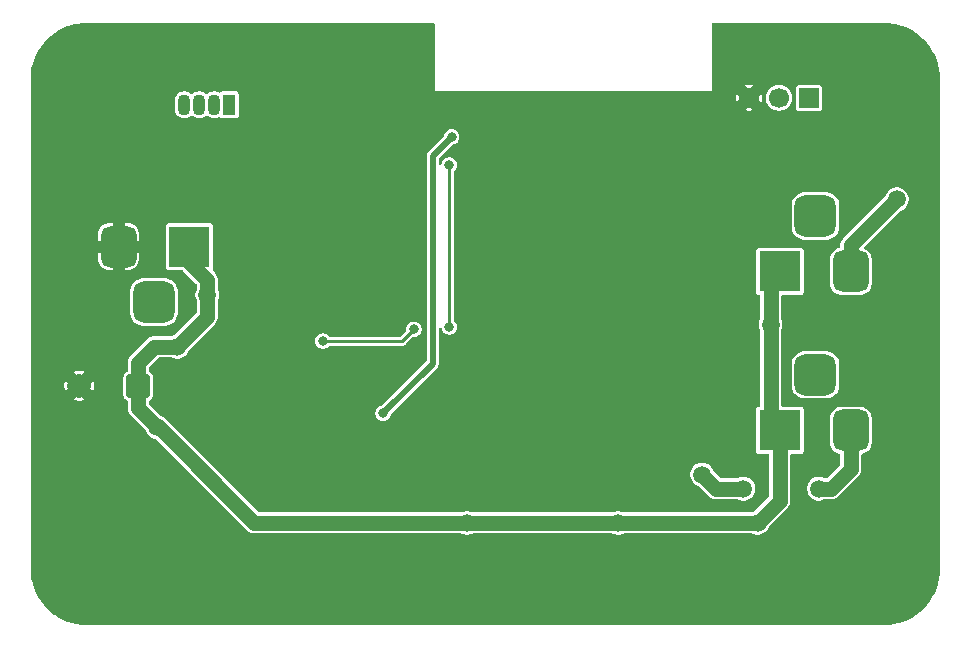
<source format=gbr>
%TF.GenerationSoftware,KiCad,Pcbnew,9.0.2*%
%TF.CreationDate,2025-11-11T23:34:29+02:00*%
%TF.ProjectId,Neon_2x1M_12V,4e656f6e-5f32-4783-914d-5f3132562e6b,REV1_1*%
%TF.SameCoordinates,Original*%
%TF.FileFunction,Copper,L2,Bot*%
%TF.FilePolarity,Positive*%
%FSLAX46Y46*%
G04 Gerber Fmt 4.6, Leading zero omitted, Abs format (unit mm)*
G04 Created by KiCad (PCBNEW 9.0.2) date 2025-11-11 23:34:29*
%MOMM*%
%LPD*%
G01*
G04 APERTURE LIST*
G04 Aperture macros list*
%AMRoundRect*
0 Rectangle with rounded corners*
0 $1 Rounding radius*
0 $2 $3 $4 $5 $6 $7 $8 $9 X,Y pos of 4 corners*
0 Add a 4 corners polygon primitive as box body*
4,1,4,$2,$3,$4,$5,$6,$7,$8,$9,$2,$3,0*
0 Add four circle primitives for the rounded corners*
1,1,$1+$1,$2,$3*
1,1,$1+$1,$4,$5*
1,1,$1+$1,$6,$7*
1,1,$1+$1,$8,$9*
0 Add four rect primitives between the rounded corners*
20,1,$1+$1,$2,$3,$4,$5,0*
20,1,$1+$1,$4,$5,$6,$7,0*
20,1,$1+$1,$6,$7,$8,$9,0*
20,1,$1+$1,$8,$9,$2,$3,0*%
G04 Aperture macros list end*
%TA.AperFunction,ComponentPad*%
%ADD10R,1.700000X1.700000*%
%TD*%
%TA.AperFunction,ComponentPad*%
%ADD11C,1.700000*%
%TD*%
%TA.AperFunction,ComponentPad*%
%ADD12C,0.800000*%
%TD*%
%TA.AperFunction,ComponentPad*%
%ADD13C,6.400000*%
%TD*%
%TA.AperFunction,ComponentPad*%
%ADD14R,1.070000X1.800000*%
%TD*%
%TA.AperFunction,ComponentPad*%
%ADD15O,1.070000X1.800000*%
%TD*%
%TA.AperFunction,ComponentPad*%
%ADD16R,3.500000X3.500000*%
%TD*%
%TA.AperFunction,ComponentPad*%
%ADD17RoundRect,0.750000X0.750000X1.000000X-0.750000X1.000000X-0.750000X-1.000000X0.750000X-1.000000X0*%
%TD*%
%TA.AperFunction,ComponentPad*%
%ADD18RoundRect,0.875000X0.875000X0.875000X-0.875000X0.875000X-0.875000X-0.875000X0.875000X-0.875000X0*%
%TD*%
%TA.AperFunction,ComponentPad*%
%ADD19RoundRect,0.750000X-0.750000X-1.000000X0.750000X-1.000000X0.750000X1.000000X-0.750000X1.000000X0*%
%TD*%
%TA.AperFunction,ComponentPad*%
%ADD20RoundRect,0.875000X-0.875000X-0.875000X0.875000X-0.875000X0.875000X0.875000X-0.875000X0.875000X0*%
%TD*%
%TA.AperFunction,ComponentPad*%
%ADD21RoundRect,0.250000X0.750000X0.750000X-0.750000X0.750000X-0.750000X-0.750000X0.750000X-0.750000X0*%
%TD*%
%TA.AperFunction,ComponentPad*%
%ADD22C,2.000000*%
%TD*%
%TA.AperFunction,HeatsinkPad*%
%ADD23C,0.600000*%
%TD*%
%TA.AperFunction,ViaPad*%
%ADD24C,1.500000*%
%TD*%
%TA.AperFunction,ViaPad*%
%ADD25C,0.800000*%
%TD*%
%TA.AperFunction,Conductor*%
%ADD26C,1.270000*%
%TD*%
%TA.AperFunction,Conductor*%
%ADD27C,0.508000*%
%TD*%
%TA.AperFunction,Conductor*%
%ADD28C,0.254000*%
%TD*%
G04 APERTURE END LIST*
D10*
%TO.P,J6,1,Pin_1*%
%TO.N,ESP_U0RX*%
X175140000Y-36600000D03*
D11*
%TO.P,J6,2,Pin_2*%
%TO.N,ESP_U0TX*%
X172600000Y-36600000D03*
%TO.P,J6,3,Pin_3*%
%TO.N,GND*%
X170060000Y-36600000D03*
%TD*%
D12*
%TO.P,H4,1,1*%
%TO.N,GND*%
X111600000Y-76500000D03*
X112302944Y-74802944D03*
X112302944Y-78197056D03*
X114000000Y-74100000D03*
D13*
X114000000Y-76500000D03*
D12*
X114000000Y-78900000D03*
X115697056Y-74802944D03*
X115697056Y-78197056D03*
X116400000Y-76500000D03*
%TD*%
D14*
%TO.P,D11,1,BK*%
%TO.N,Net-(D11-BK)*%
X126070000Y-37200000D03*
D15*
%TO.P,D11,2,GK*%
%TO.N,Net-(D11-GK)*%
X124800000Y-37200000D03*
%TO.P,D11,3,A*%
%TO.N,+12V*%
X123530000Y-37200000D03*
%TO.P,D11,4,RK*%
%TO.N,Net-(D11-RK)*%
X122260000Y-37200000D03*
%TD*%
D12*
%TO.P,H2,1,1*%
%TO.N,GND*%
X111600000Y-35000000D03*
X112302944Y-33302944D03*
X112302944Y-36697056D03*
X114000000Y-32600000D03*
D13*
X114000000Y-35000000D03*
D12*
X114000000Y-37400000D03*
X115697056Y-33302944D03*
X115697056Y-36697056D03*
X116400000Y-35000000D03*
%TD*%
D16*
%TO.P,J4,1*%
%TO.N,+12V*%
X172700000Y-64757500D03*
D17*
%TO.P,J4,2*%
%TO.N,B_Jack*%
X178700000Y-64757500D03*
D18*
%TO.P,J4,3,MountPin*%
%TO.N,unconnected-(J4-MountPin-Pad3)*%
X175700000Y-60057500D03*
%TD*%
D16*
%TO.P,J5,1*%
%TO.N,+12V*%
X172700000Y-51300000D03*
D17*
%TO.P,J5,2*%
%TO.N,P_Jack*%
X178700000Y-51300000D03*
D18*
%TO.P,J5,3,MountPin*%
%TO.N,unconnected-(J5-MountPin-Pad3)*%
X175700000Y-46600000D03*
%TD*%
D16*
%TO.P,J2,1*%
%TO.N,+12V*%
X122700000Y-49200000D03*
D19*
%TO.P,J2,2*%
%TO.N,GND*%
X116700000Y-49200000D03*
D20*
%TO.P,J2,3,MountPin*%
%TO.N,unconnected-(J2-MountPin-Pad3)*%
X119700000Y-53900000D03*
%TD*%
D12*
%TO.P,H3,1,1*%
%TO.N,GND*%
X179100000Y-76500000D03*
X179802944Y-74802944D03*
X179802944Y-78197056D03*
X181500000Y-74100000D03*
D13*
X181500000Y-76500000D03*
D12*
X181500000Y-78900000D03*
X183197056Y-74802944D03*
X183197056Y-78197056D03*
X183900000Y-76500000D03*
%TD*%
D21*
%TO.P,C2,1*%
%TO.N,+12V*%
X118367677Y-61000000D03*
D22*
%TO.P,C2,2*%
%TO.N,GND*%
X113367677Y-61000000D03*
%TD*%
D12*
%TO.P,H1,1,1*%
%TO.N,GND*%
X179100000Y-35000000D03*
X179802944Y-33302944D03*
X179802944Y-36697056D03*
X181500000Y-32600000D03*
D13*
X181500000Y-35000000D03*
D12*
X181500000Y-37400000D03*
X183197056Y-33302944D03*
X183197056Y-36697056D03*
X183900000Y-35000000D03*
%TD*%
D23*
%TO.P,U1,39,GND*%
%TO.N,GND*%
X153450000Y-44137500D03*
X153450000Y-45662500D03*
X154212500Y-43375000D03*
X154212500Y-44900000D03*
X154212500Y-46425000D03*
X154975000Y-44137500D03*
X154975000Y-45662500D03*
X155737500Y-43375000D03*
X155737500Y-44900000D03*
X155737500Y-46425000D03*
X156500000Y-44137500D03*
X156500000Y-45662500D03*
%TD*%
D24*
%TO.N,+12V*%
X146200000Y-72600000D03*
X124200000Y-53300000D03*
X171900000Y-55800000D03*
X159000000Y-72600000D03*
X121683838Y-57683838D03*
X170800000Y-72600000D03*
X119990000Y-64490000D03*
D25*
%TO.N,+3V3*%
X144900000Y-39900000D03*
X139100000Y-63300000D03*
%TO.N,ESP_IO27*%
X134000000Y-57200000D03*
X141700000Y-56200000D03*
%TO.N,ESP_EN*%
X144700000Y-56000000D03*
X144700000Y-42300000D03*
D24*
%TO.N,B_Jack*%
X169600000Y-69700000D03*
X166100000Y-68500000D03*
X176000000Y-69700000D03*
%TO.N,P_Jack*%
X182600000Y-45200000D03*
%TD*%
D26*
%TO.N,+12V*%
X121683838Y-57683838D02*
X121667676Y-57700000D01*
X118367677Y-59032323D02*
X119716162Y-57683838D01*
X124200000Y-52000000D02*
X122700000Y-50500000D01*
X122700000Y-50500000D02*
X122700000Y-49200000D01*
X171900000Y-52100000D02*
X172700000Y-51300000D01*
X121683838Y-57683838D02*
X124200000Y-55167677D01*
X118367677Y-62867677D02*
X118367677Y-61000000D01*
X170800000Y-72600000D02*
X172700000Y-70700000D01*
X171900000Y-55800000D02*
X171900000Y-63957500D01*
X119990000Y-64490000D02*
X120090000Y-64490000D01*
X119990000Y-64490000D02*
X118367677Y-62867677D01*
X119716162Y-57683838D02*
X121683838Y-57683838D01*
X124200000Y-55167677D02*
X124200000Y-53300000D01*
X172700000Y-70700000D02*
X172700000Y-64757500D01*
X124200000Y-53300000D02*
X124200000Y-52000000D01*
X172700000Y-64757500D02*
X171900000Y-63957500D01*
X128200000Y-72600000D02*
X170800000Y-72600000D01*
X120090000Y-64490000D02*
X128200000Y-72600000D01*
X171900000Y-55800000D02*
X171900000Y-52100000D01*
X118367677Y-61000000D02*
X118367677Y-59032323D01*
D27*
%TO.N,+3V3*%
X143300000Y-41500000D02*
X144900000Y-39900000D01*
X143300000Y-59100000D02*
X143300000Y-41500000D01*
X139100000Y-63300000D02*
X143300000Y-59100000D01*
D28*
%TO.N,ESP_IO27*%
X141700000Y-56200000D02*
X140700000Y-57200000D01*
X140700000Y-57200000D02*
X134000000Y-57200000D01*
%TO.N,ESP_EN*%
X144700000Y-56000000D02*
X144700000Y-42300000D01*
D26*
%TO.N,B_Jack*%
X177000000Y-69700000D02*
X176000000Y-69700000D01*
X169600000Y-69700000D02*
X167300000Y-69700000D01*
X167300000Y-69700000D02*
X166100000Y-68500000D01*
X178700000Y-68000000D02*
X177000000Y-69700000D01*
X178700000Y-64757500D02*
X178700000Y-68000000D01*
%TO.N,P_Jack*%
X178700000Y-49100000D02*
X182600000Y-45200000D01*
X178700000Y-51300000D02*
X178700000Y-49100000D01*
%TD*%
%TA.AperFunction,Conductor*%
%TO.N,GND*%
G36*
X143397121Y-30274502D02*
G01*
X143443614Y-30328158D01*
X143455000Y-30380500D01*
X143455000Y-36010000D01*
X166955000Y-36010000D01*
X166955000Y-35547676D01*
X169726097Y-35547676D01*
X169726097Y-35547678D01*
X170059999Y-35881580D01*
X170060000Y-35881580D01*
X170393901Y-35547677D01*
X170393901Y-35547676D01*
X170318524Y-35523185D01*
X170318528Y-35523185D01*
X170146884Y-35496000D01*
X169973116Y-35496000D01*
X169801473Y-35523185D01*
X169726097Y-35547676D01*
X166955000Y-35547676D01*
X166955000Y-30380500D01*
X166975002Y-30312379D01*
X167028658Y-30265886D01*
X167081000Y-30254500D01*
X181455125Y-30254500D01*
X181497252Y-30254500D01*
X181502748Y-30254620D01*
X181908102Y-30272318D01*
X181919051Y-30273275D01*
X182318600Y-30325877D01*
X182329416Y-30327785D01*
X182526136Y-30371397D01*
X182722853Y-30415008D01*
X182733471Y-30417853D01*
X183117805Y-30539033D01*
X183128134Y-30542792D01*
X183500458Y-30697013D01*
X183510420Y-30701659D01*
X183867875Y-30887738D01*
X183877378Y-30893224D01*
X184217274Y-31109762D01*
X184226266Y-31116059D01*
X184545983Y-31361387D01*
X184554403Y-31368452D01*
X184851518Y-31640708D01*
X184859291Y-31648481D01*
X185131547Y-31945596D01*
X185138612Y-31954016D01*
X185383940Y-32273733D01*
X185390245Y-32282737D01*
X185606770Y-32622613D01*
X185612266Y-32632133D01*
X185798340Y-32989579D01*
X185802986Y-32999541D01*
X185957207Y-33371865D01*
X185960966Y-33382194D01*
X186082146Y-33766528D01*
X186084991Y-33777146D01*
X186172213Y-34170579D01*
X186174122Y-34181404D01*
X186226723Y-34580947D01*
X186227681Y-34591897D01*
X186245380Y-34997251D01*
X186245500Y-35002747D01*
X186245500Y-76497252D01*
X186245380Y-76502748D01*
X186227681Y-76908102D01*
X186226723Y-76919052D01*
X186174122Y-77318595D01*
X186172213Y-77329420D01*
X186084991Y-77722853D01*
X186082146Y-77733471D01*
X185960966Y-78117805D01*
X185957207Y-78128134D01*
X185802986Y-78500458D01*
X185798340Y-78510420D01*
X185612266Y-78867866D01*
X185606770Y-78877386D01*
X185390245Y-79217262D01*
X185383940Y-79226266D01*
X185138612Y-79545983D01*
X185131547Y-79554403D01*
X184859291Y-79851518D01*
X184851518Y-79859291D01*
X184554403Y-80131547D01*
X184545983Y-80138612D01*
X184226266Y-80383940D01*
X184217262Y-80390245D01*
X183877386Y-80606770D01*
X183867866Y-80612266D01*
X183510420Y-80798340D01*
X183500458Y-80802986D01*
X183128134Y-80957207D01*
X183117805Y-80960966D01*
X182733471Y-81082146D01*
X182722853Y-81084991D01*
X182329420Y-81172213D01*
X182318595Y-81174122D01*
X181919052Y-81226723D01*
X181908102Y-81227681D01*
X181502748Y-81245380D01*
X181497252Y-81245500D01*
X114002748Y-81245500D01*
X113997252Y-81245380D01*
X113591897Y-81227681D01*
X113580947Y-81226723D01*
X113181404Y-81174122D01*
X113170579Y-81172213D01*
X112777146Y-81084991D01*
X112766528Y-81082146D01*
X112382194Y-80960966D01*
X112371865Y-80957207D01*
X111999541Y-80802986D01*
X111989579Y-80798340D01*
X111632133Y-80612266D01*
X111622613Y-80606770D01*
X111475507Y-80513053D01*
X111282730Y-80390240D01*
X111273733Y-80383940D01*
X110954016Y-80138612D01*
X110945596Y-80131547D01*
X110648481Y-79859291D01*
X110640708Y-79851518D01*
X110368452Y-79554403D01*
X110361387Y-79545983D01*
X110116059Y-79226266D01*
X110109762Y-79217274D01*
X109893224Y-78877378D01*
X109887738Y-78867875D01*
X109701659Y-78510420D01*
X109697013Y-78500458D01*
X109542792Y-78128134D01*
X109539033Y-78117805D01*
X109417853Y-77733471D01*
X109415008Y-77722853D01*
X109327786Y-77329420D01*
X109325877Y-77318595D01*
X109273276Y-76919052D01*
X109272318Y-76908102D01*
X109254620Y-76502748D01*
X109254500Y-76497252D01*
X109254500Y-62171362D01*
X112914733Y-62171362D01*
X113074028Y-62223122D01*
X113268987Y-62254000D01*
X113466367Y-62254000D01*
X113661325Y-62223122D01*
X113820619Y-62171362D01*
X113820619Y-62171361D01*
X113367678Y-61718420D01*
X113367677Y-61718420D01*
X112914733Y-62171362D01*
X109254500Y-62171362D01*
X109254500Y-60901310D01*
X112113677Y-60901310D01*
X112113677Y-61098689D01*
X112144555Y-61293650D01*
X112196312Y-61452942D01*
X112196313Y-61452942D01*
X112649257Y-60999999D01*
X112583432Y-60934174D01*
X112867677Y-60934174D01*
X112867677Y-61065826D01*
X112901752Y-61192993D01*
X112967578Y-61307007D01*
X113060670Y-61400099D01*
X113174684Y-61465925D01*
X113301851Y-61500000D01*
X113433503Y-61500000D01*
X113560670Y-61465925D01*
X113674684Y-61400099D01*
X113767776Y-61307007D01*
X113833602Y-61192993D01*
X113867677Y-61065826D01*
X113867677Y-60999999D01*
X114086097Y-60999999D01*
X114086097Y-61000001D01*
X114539038Y-61452942D01*
X114539039Y-61452942D01*
X114590799Y-61293648D01*
X114621677Y-61098689D01*
X114621677Y-60901310D01*
X114590799Y-60706351D01*
X114539039Y-60547056D01*
X114086097Y-60999999D01*
X113867677Y-60999999D01*
X113867677Y-60934174D01*
X113833602Y-60807007D01*
X113767776Y-60692993D01*
X113674684Y-60599901D01*
X113560670Y-60534075D01*
X113433503Y-60500000D01*
X113301851Y-60500000D01*
X113174684Y-60534075D01*
X113060670Y-60599901D01*
X112967578Y-60692993D01*
X112901752Y-60807007D01*
X112867677Y-60934174D01*
X112583432Y-60934174D01*
X112196314Y-60547056D01*
X112196312Y-60547056D01*
X112144555Y-60706349D01*
X112113677Y-60901310D01*
X109254500Y-60901310D01*
X109254500Y-59828635D01*
X112914733Y-59828635D01*
X112914733Y-59828637D01*
X113367676Y-60281580D01*
X113367678Y-60281580D01*
X113447521Y-60201737D01*
X117113177Y-60201737D01*
X117113177Y-61798246D01*
X117113179Y-61798270D01*
X117119636Y-61858339D01*
X117119636Y-61858341D01*
X117170334Y-61994266D01*
X117170335Y-61994267D01*
X117257273Y-62110404D01*
X117373410Y-62197342D01*
X117396210Y-62205846D01*
X117453045Y-62248392D01*
X117477856Y-62314912D01*
X117478177Y-62323901D01*
X117478177Y-62955287D01*
X117508769Y-63109083D01*
X117512360Y-63127135D01*
X117579412Y-63289013D01*
X117676757Y-63434700D01*
X117676759Y-63434702D01*
X119005703Y-64763646D01*
X119033017Y-64804523D01*
X119099824Y-64965809D01*
X119209754Y-65130331D01*
X119349669Y-65270246D01*
X119514191Y-65380176D01*
X119696998Y-65455897D01*
X119785537Y-65473508D01*
X119848445Y-65506416D01*
X119850049Y-65507992D01*
X127632977Y-73290920D01*
X127778664Y-73388265D01*
X127940542Y-73455317D01*
X128112392Y-73489500D01*
X128287608Y-73489500D01*
X145697495Y-73489500D01*
X145745713Y-73499091D01*
X145822524Y-73530907D01*
X145906998Y-73565897D01*
X146101065Y-73604500D01*
X146298935Y-73604500D01*
X146493002Y-73565897D01*
X146607226Y-73518583D01*
X146654287Y-73499091D01*
X146702505Y-73489500D01*
X158497495Y-73489500D01*
X158545713Y-73499091D01*
X158622524Y-73530907D01*
X158706998Y-73565897D01*
X158901065Y-73604500D01*
X159098935Y-73604500D01*
X159293002Y-73565897D01*
X159407226Y-73518583D01*
X159454287Y-73499091D01*
X159502505Y-73489500D01*
X170297495Y-73489500D01*
X170345713Y-73499091D01*
X170422524Y-73530907D01*
X170506998Y-73565897D01*
X170701065Y-73604500D01*
X170898935Y-73604500D01*
X171093002Y-73565897D01*
X171275809Y-73490176D01*
X171440331Y-73380246D01*
X171580246Y-73240331D01*
X171690176Y-73075809D01*
X171756984Y-72914518D01*
X171784292Y-72873649D01*
X173390920Y-71267023D01*
X173488265Y-71121336D01*
X173555317Y-70959458D01*
X173589500Y-70787608D01*
X173589500Y-70612391D01*
X173589500Y-69601061D01*
X174995500Y-69601061D01*
X174995500Y-69798938D01*
X175034103Y-69993002D01*
X175109824Y-70175809D01*
X175219754Y-70340331D01*
X175359669Y-70480246D01*
X175524191Y-70590176D01*
X175706998Y-70665897D01*
X175901065Y-70704500D01*
X176098935Y-70704500D01*
X176293002Y-70665897D01*
X176422177Y-70612391D01*
X176454287Y-70599091D01*
X176502505Y-70589500D01*
X177087607Y-70589500D01*
X177087608Y-70589500D01*
X177259458Y-70555317D01*
X177421336Y-70488265D01*
X177567023Y-70390920D01*
X179390920Y-68567023D01*
X179488265Y-68421336D01*
X179555317Y-68259458D01*
X179589500Y-68087608D01*
X179589500Y-67912392D01*
X179589500Y-66857399D01*
X179609502Y-66789278D01*
X179663158Y-66742785D01*
X179680830Y-66736262D01*
X179824540Y-66695142D01*
X180005620Y-66600554D01*
X180163952Y-66471452D01*
X180293054Y-66313120D01*
X180387642Y-66132040D01*
X180443843Y-65935628D01*
X180454500Y-65815762D01*
X180454500Y-63699238D01*
X180443843Y-63579372D01*
X180387642Y-63382960D01*
X180387641Y-63382959D01*
X180387641Y-63382957D01*
X180387640Y-63382955D01*
X180293055Y-63201881D01*
X180163952Y-63043547D01*
X180005618Y-62914444D01*
X180005619Y-62914444D01*
X179824544Y-62819859D01*
X179824542Y-62819858D01*
X179725839Y-62791616D01*
X179628128Y-62763657D01*
X179508262Y-62753000D01*
X177891738Y-62753000D01*
X177771872Y-62763657D01*
X177575457Y-62819858D01*
X177575455Y-62819859D01*
X177394381Y-62914444D01*
X177236047Y-63043547D01*
X177106944Y-63201881D01*
X177012359Y-63382955D01*
X177012358Y-63382957D01*
X176956157Y-63579372D01*
X176956157Y-63579375D01*
X176945500Y-63699238D01*
X176945500Y-65815761D01*
X176956157Y-65935624D01*
X176956157Y-65935627D01*
X177012358Y-66132042D01*
X177012359Y-66132044D01*
X177106944Y-66313118D01*
X177236047Y-66471452D01*
X177394381Y-66600555D01*
X177394380Y-66600555D01*
X177575455Y-66695140D01*
X177575457Y-66695141D01*
X177575459Y-66695141D01*
X177575460Y-66695142D01*
X177719163Y-66736261D01*
X177779152Y-66774230D01*
X177809091Y-66838606D01*
X177810500Y-66857399D01*
X177810500Y-67579367D01*
X177790498Y-67647488D01*
X177773595Y-67668462D01*
X176668462Y-68773595D01*
X176641093Y-68788539D01*
X176614865Y-68805396D01*
X176608566Y-68806301D01*
X176606150Y-68807621D01*
X176579367Y-68810500D01*
X176502505Y-68810500D01*
X176454287Y-68800909D01*
X176293005Y-68734104D01*
X176293002Y-68734103D01*
X176098938Y-68695500D01*
X176098935Y-68695500D01*
X175901065Y-68695500D01*
X175901061Y-68695500D01*
X175706997Y-68734103D01*
X175706994Y-68734104D01*
X175524190Y-68809824D01*
X175359673Y-68919751D01*
X175359666Y-68919756D01*
X175219756Y-69059666D01*
X175219751Y-69059673D01*
X175109824Y-69224190D01*
X175034104Y-69406994D01*
X175034103Y-69406997D01*
X174995500Y-69601061D01*
X173589500Y-69601061D01*
X173589500Y-66887999D01*
X173609502Y-66819878D01*
X173663158Y-66773385D01*
X173715500Y-66761999D01*
X174475064Y-66761999D01*
X174475066Y-66761999D01*
X174475069Y-66761998D01*
X174475072Y-66761998D01*
X174511663Y-66754719D01*
X174549301Y-66747234D01*
X174633484Y-66690984D01*
X174689734Y-66606801D01*
X174704500Y-66532567D01*
X174704499Y-62982434D01*
X174690976Y-62914446D01*
X174689734Y-62908199D01*
X174633483Y-62824015D01*
X174549302Y-62767766D01*
X174475069Y-62753000D01*
X174475067Y-62753000D01*
X172915500Y-62753000D01*
X172847379Y-62732998D01*
X172800886Y-62679342D01*
X172789500Y-62627000D01*
X172789500Y-59096241D01*
X173695500Y-59096241D01*
X173695500Y-61018758D01*
X173698385Y-61067201D01*
X173744237Y-61277980D01*
X173819160Y-61452942D01*
X173829152Y-61476274D01*
X173829155Y-61476278D01*
X173950052Y-61654906D01*
X173950061Y-61654917D01*
X174102582Y-61807438D01*
X174102593Y-61807447D01*
X174177802Y-61858349D01*
X174281226Y-61928348D01*
X174479518Y-62013262D01*
X174690297Y-62059114D01*
X174738746Y-62062000D01*
X174738763Y-62062000D01*
X176661237Y-62062000D01*
X176661254Y-62062000D01*
X176709703Y-62059114D01*
X176920482Y-62013262D01*
X177118774Y-61928348D01*
X177297413Y-61807442D01*
X177449942Y-61654913D01*
X177570848Y-61476274D01*
X177655762Y-61277982D01*
X177701614Y-61067203D01*
X177704500Y-61018754D01*
X177704500Y-59096246D01*
X177701614Y-59047797D01*
X177655762Y-58837018D01*
X177570848Y-58638726D01*
X177522958Y-58567969D01*
X177449947Y-58460093D01*
X177449938Y-58460082D01*
X177297417Y-58307561D01*
X177297406Y-58307552D01*
X177118778Y-58186655D01*
X177118774Y-58186652D01*
X177118771Y-58186650D01*
X177118770Y-58186650D01*
X176920480Y-58101737D01*
X176709701Y-58055885D01*
X176661258Y-58053000D01*
X176661254Y-58053000D01*
X174738746Y-58053000D01*
X174738741Y-58053000D01*
X174690298Y-58055885D01*
X174479519Y-58101737D01*
X174281229Y-58186650D01*
X174281221Y-58186655D01*
X174102593Y-58307552D01*
X174102582Y-58307561D01*
X173950061Y-58460082D01*
X173950052Y-58460093D01*
X173829155Y-58638721D01*
X173829150Y-58638729D01*
X173744237Y-58837019D01*
X173698385Y-59047798D01*
X173695500Y-59096241D01*
X172789500Y-59096241D01*
X172789500Y-56302503D01*
X172799090Y-56254287D01*
X172865897Y-56093002D01*
X172904500Y-55898935D01*
X172904500Y-55701065D01*
X172865897Y-55506998D01*
X172799091Y-55345713D01*
X172789500Y-55297495D01*
X172789500Y-53430499D01*
X172809502Y-53362378D01*
X172863158Y-53315885D01*
X172915500Y-53304499D01*
X174475064Y-53304499D01*
X174475066Y-53304499D01*
X174475069Y-53304498D01*
X174475072Y-53304498D01*
X174511663Y-53297219D01*
X174549301Y-53289734D01*
X174633484Y-53233484D01*
X174689734Y-53149301D01*
X174704500Y-53075067D01*
X174704499Y-50241738D01*
X176945500Y-50241738D01*
X176945500Y-52358262D01*
X176956157Y-52478128D01*
X176974890Y-52543598D01*
X177012358Y-52674542D01*
X177012359Y-52674544D01*
X177106944Y-52855618D01*
X177236047Y-53013952D01*
X177394381Y-53143055D01*
X177394380Y-53143055D01*
X177575455Y-53237640D01*
X177575457Y-53237641D01*
X177575459Y-53237641D01*
X177575460Y-53237642D01*
X177771872Y-53293843D01*
X177891738Y-53304500D01*
X177891745Y-53304500D01*
X179508255Y-53304500D01*
X179508262Y-53304500D01*
X179628128Y-53293843D01*
X179824540Y-53237642D01*
X180005620Y-53143054D01*
X180163952Y-53013952D01*
X180293054Y-52855620D01*
X180387642Y-52674540D01*
X180443843Y-52478128D01*
X180454500Y-52358262D01*
X180454500Y-50241738D01*
X180443843Y-50121872D01*
X180387642Y-49925460D01*
X180387641Y-49925459D01*
X180387641Y-49925457D01*
X180387640Y-49925455D01*
X180293055Y-49744381D01*
X180163952Y-49586047D01*
X180005618Y-49456944D01*
X180005619Y-49456944D01*
X179891921Y-49397554D01*
X179840802Y-49348286D01*
X179824435Y-49279202D01*
X179848016Y-49212235D01*
X179861157Y-49196784D01*
X182873647Y-46184294D01*
X182914518Y-46156984D01*
X183075809Y-46090176D01*
X183240331Y-45980246D01*
X183380246Y-45840331D01*
X183490176Y-45675809D01*
X183565897Y-45493002D01*
X183604500Y-45298935D01*
X183604500Y-45101065D01*
X183565897Y-44906998D01*
X183490176Y-44724191D01*
X183380246Y-44559669D01*
X183240331Y-44419754D01*
X183075809Y-44309824D01*
X182893005Y-44234104D01*
X182893002Y-44234103D01*
X182698938Y-44195500D01*
X182698935Y-44195500D01*
X182501065Y-44195500D01*
X182501061Y-44195500D01*
X182306997Y-44234103D01*
X182306994Y-44234104D01*
X182124190Y-44309824D01*
X181959673Y-44419751D01*
X181959666Y-44419756D01*
X181819756Y-44559666D01*
X181819751Y-44559673D01*
X181709825Y-44724189D01*
X181643017Y-44885476D01*
X181615703Y-44926352D01*
X178132977Y-48409080D01*
X178009082Y-48532974D01*
X178009077Y-48532981D01*
X177911735Y-48678664D01*
X177844685Y-48840536D01*
X177844683Y-48840541D01*
X177810500Y-49012389D01*
X177810500Y-49200100D01*
X177790498Y-49268221D01*
X177736842Y-49314714D01*
X177719163Y-49321238D01*
X177575464Y-49362356D01*
X177575455Y-49362359D01*
X177394381Y-49456944D01*
X177236047Y-49586047D01*
X177106944Y-49744381D01*
X177012359Y-49925455D01*
X177012358Y-49925457D01*
X176956157Y-50121872D01*
X176945500Y-50241738D01*
X174704499Y-50241738D01*
X174704499Y-49524934D01*
X174690976Y-49456946D01*
X174689734Y-49450699D01*
X174633483Y-49366515D01*
X174549302Y-49310266D01*
X174475067Y-49295500D01*
X170924936Y-49295500D01*
X170924927Y-49295501D01*
X170850699Y-49310265D01*
X170766515Y-49366516D01*
X170710266Y-49450697D01*
X170695500Y-49524930D01*
X170695500Y-53075063D01*
X170695501Y-53075072D01*
X170710265Y-53149300D01*
X170766516Y-53233484D01*
X170850697Y-53289733D01*
X170850699Y-53289734D01*
X170897694Y-53299082D01*
X170909081Y-53301347D01*
X170971991Y-53334254D01*
X171007123Y-53395949D01*
X171010500Y-53424926D01*
X171010500Y-55297495D01*
X171000909Y-55345713D01*
X170934104Y-55506994D01*
X170934103Y-55506997D01*
X170895500Y-55701061D01*
X170895500Y-55898938D01*
X170934103Y-56093002D01*
X170934104Y-56093005D01*
X170951722Y-56135538D01*
X171000909Y-56254287D01*
X171010500Y-56302503D01*
X171010500Y-62632574D01*
X170990498Y-62700695D01*
X170936842Y-62747188D01*
X170909082Y-62756153D01*
X170850698Y-62767766D01*
X170766515Y-62824016D01*
X170710266Y-62908197D01*
X170695500Y-62982430D01*
X170695500Y-66532563D01*
X170695501Y-66532572D01*
X170710265Y-66606800D01*
X170766516Y-66690984D01*
X170850697Y-66747233D01*
X170850699Y-66747234D01*
X170924933Y-66762000D01*
X171684500Y-66761999D01*
X171752621Y-66782001D01*
X171799114Y-66835657D01*
X171810500Y-66887999D01*
X171810500Y-70279366D01*
X171790498Y-70347487D01*
X171773595Y-70368461D01*
X170526352Y-71615703D01*
X170519310Y-71620408D01*
X170516319Y-71624717D01*
X170485476Y-71643017D01*
X170345714Y-71700909D01*
X170297495Y-71710500D01*
X159502505Y-71710500D01*
X159454287Y-71700909D01*
X159293005Y-71634104D01*
X159293002Y-71634103D01*
X159098938Y-71595500D01*
X159098935Y-71595500D01*
X158901065Y-71595500D01*
X158901061Y-71595500D01*
X158706997Y-71634103D01*
X158706994Y-71634104D01*
X158545713Y-71700909D01*
X158497495Y-71710500D01*
X146702505Y-71710500D01*
X146654287Y-71700909D01*
X146493005Y-71634104D01*
X146493002Y-71634103D01*
X146298938Y-71595500D01*
X146298935Y-71595500D01*
X146101065Y-71595500D01*
X146101061Y-71595500D01*
X145906997Y-71634103D01*
X145906994Y-71634104D01*
X145745713Y-71700909D01*
X145697495Y-71710500D01*
X128620633Y-71710500D01*
X128552512Y-71690498D01*
X128531538Y-71673595D01*
X125259004Y-68401061D01*
X165095500Y-68401061D01*
X165095500Y-68598938D01*
X165134103Y-68793002D01*
X165134104Y-68793005D01*
X165140158Y-68807621D01*
X165209824Y-68975809D01*
X165319754Y-69140331D01*
X165459669Y-69280246D01*
X165624191Y-69390176D01*
X165761521Y-69447060D01*
X165785475Y-69456982D01*
X165826352Y-69484295D01*
X166604674Y-70262616D01*
X166604679Y-70262622D01*
X166609079Y-70267022D01*
X166609080Y-70267023D01*
X166732977Y-70390920D01*
X166807242Y-70440542D01*
X166878664Y-70488265D01*
X167040542Y-70555317D01*
X167212391Y-70589500D01*
X167212392Y-70589500D01*
X169097495Y-70589500D01*
X169145713Y-70599091D01*
X169222524Y-70630907D01*
X169306998Y-70665897D01*
X169501065Y-70704500D01*
X169698935Y-70704500D01*
X169893002Y-70665897D01*
X170075809Y-70590176D01*
X170240331Y-70480246D01*
X170380246Y-70340331D01*
X170490176Y-70175809D01*
X170565897Y-69993002D01*
X170604500Y-69798935D01*
X170604500Y-69601065D01*
X170565897Y-69406998D01*
X170490176Y-69224191D01*
X170380246Y-69059669D01*
X170240331Y-68919754D01*
X170075809Y-68809824D01*
X170029152Y-68790498D01*
X169893005Y-68734104D01*
X169893002Y-68734103D01*
X169698938Y-68695500D01*
X169698935Y-68695500D01*
X169501065Y-68695500D01*
X169501061Y-68695500D01*
X169306997Y-68734103D01*
X169306994Y-68734104D01*
X169145713Y-68800909D01*
X169097495Y-68810500D01*
X167720633Y-68810500D01*
X167652512Y-68790498D01*
X167631537Y-68773595D01*
X167084295Y-68226352D01*
X167056982Y-68185475D01*
X167016443Y-68087606D01*
X166990176Y-68024191D01*
X166880246Y-67859669D01*
X166740331Y-67719754D01*
X166575809Y-67609824D01*
X166502279Y-67579367D01*
X166393005Y-67534104D01*
X166393002Y-67534103D01*
X166198938Y-67495500D01*
X166198935Y-67495500D01*
X166001065Y-67495500D01*
X166001061Y-67495500D01*
X165806997Y-67534103D01*
X165806994Y-67534104D01*
X165624190Y-67609824D01*
X165459673Y-67719751D01*
X165459666Y-67719756D01*
X165319756Y-67859666D01*
X165319751Y-67859673D01*
X165209824Y-68024190D01*
X165134104Y-68206994D01*
X165134103Y-68206997D01*
X165095500Y-68401061D01*
X125259004Y-68401061D01*
X120902628Y-64044685D01*
X120883759Y-64019241D01*
X120883616Y-64019338D01*
X120881656Y-64016405D01*
X120880595Y-64014974D01*
X120880175Y-64014188D01*
X120814337Y-63915656D01*
X120770246Y-63849669D01*
X120630331Y-63709754D01*
X120465809Y-63599824D01*
X120368700Y-63559600D01*
X120304523Y-63533017D01*
X120263646Y-63505703D01*
X119993477Y-63235534D01*
X138445500Y-63235534D01*
X138445500Y-63364465D01*
X138449179Y-63382960D01*
X138470652Y-63490911D01*
X138519989Y-63610022D01*
X138567849Y-63681649D01*
X138591616Y-63717219D01*
X138591621Y-63717225D01*
X138682774Y-63808378D01*
X138682780Y-63808383D01*
X138789978Y-63880011D01*
X138909089Y-63929348D01*
X139035537Y-63954500D01*
X139035538Y-63954500D01*
X139164462Y-63954500D01*
X139164463Y-63954500D01*
X139290911Y-63929348D01*
X139410022Y-63880011D01*
X139517220Y-63808383D01*
X139608383Y-63717220D01*
X139680011Y-63610022D01*
X139729348Y-63490911D01*
X139747003Y-63402151D01*
X139779909Y-63339244D01*
X139781427Y-63337699D01*
X143706901Y-59412227D01*
X143773847Y-59296274D01*
X143808500Y-59166945D01*
X143808500Y-59033055D01*
X143808500Y-56152283D01*
X143828502Y-56084162D01*
X143882158Y-56037669D01*
X143952432Y-56027565D01*
X144017012Y-56057059D01*
X144055396Y-56116785D01*
X144058077Y-56127696D01*
X144070652Y-56190911D01*
X144119989Y-56310022D01*
X144147958Y-56351880D01*
X144191616Y-56417219D01*
X144191621Y-56417225D01*
X144282774Y-56508378D01*
X144282780Y-56508383D01*
X144389978Y-56580011D01*
X144509089Y-56629348D01*
X144635537Y-56654500D01*
X144635538Y-56654500D01*
X144764462Y-56654500D01*
X144764463Y-56654500D01*
X144890911Y-56629348D01*
X145010022Y-56580011D01*
X145117220Y-56508383D01*
X145208383Y-56417220D01*
X145280011Y-56310022D01*
X145329348Y-56190911D01*
X145354500Y-56064463D01*
X145354500Y-55935537D01*
X145329348Y-55809089D01*
X145280011Y-55689978D01*
X145208383Y-55582780D01*
X145208378Y-55582774D01*
X145118405Y-55492801D01*
X145084379Y-55430489D01*
X145081500Y-55403706D01*
X145081500Y-45638741D01*
X173695500Y-45638741D01*
X173695500Y-47561258D01*
X173698385Y-47609701D01*
X173744237Y-47820480D01*
X173746448Y-47825644D01*
X173829152Y-48018774D01*
X173829155Y-48018778D01*
X173950052Y-48197406D01*
X173950061Y-48197417D01*
X174102582Y-48349938D01*
X174102593Y-48349947D01*
X174210469Y-48422958D01*
X174281226Y-48470848D01*
X174479518Y-48555762D01*
X174690297Y-48601614D01*
X174738746Y-48604500D01*
X174738763Y-48604500D01*
X176661237Y-48604500D01*
X176661254Y-48604500D01*
X176709703Y-48601614D01*
X176920482Y-48555762D01*
X177118774Y-48470848D01*
X177297413Y-48349942D01*
X177449942Y-48197413D01*
X177570848Y-48018774D01*
X177655762Y-47820482D01*
X177701614Y-47609703D01*
X177704500Y-47561254D01*
X177704500Y-45638746D01*
X177701614Y-45590297D01*
X177655762Y-45379518D01*
X177570848Y-45181226D01*
X177516591Y-45101061D01*
X177449947Y-45002593D01*
X177449938Y-45002582D01*
X177297417Y-44850061D01*
X177297406Y-44850052D01*
X177118778Y-44729155D01*
X177118774Y-44729152D01*
X177118771Y-44729150D01*
X177118770Y-44729150D01*
X176920480Y-44644237D01*
X176709701Y-44598385D01*
X176661258Y-44595500D01*
X176661254Y-44595500D01*
X174738746Y-44595500D01*
X174738741Y-44595500D01*
X174690298Y-44598385D01*
X174479519Y-44644237D01*
X174281229Y-44729150D01*
X174281221Y-44729155D01*
X174102593Y-44850052D01*
X174102582Y-44850061D01*
X173950061Y-45002582D01*
X173950052Y-45002593D01*
X173829155Y-45181221D01*
X173829150Y-45181229D01*
X173744237Y-45379519D01*
X173698385Y-45590298D01*
X173695500Y-45638741D01*
X145081500Y-45638741D01*
X145081500Y-42896294D01*
X145101502Y-42828173D01*
X145118405Y-42807199D01*
X145208378Y-42717225D01*
X145208383Y-42717220D01*
X145280011Y-42610022D01*
X145329348Y-42490911D01*
X145354500Y-42364463D01*
X145354500Y-42235537D01*
X145329348Y-42109089D01*
X145280011Y-41989978D01*
X145208383Y-41882780D01*
X145208378Y-41882774D01*
X145117225Y-41791621D01*
X145117219Y-41791616D01*
X145074117Y-41762816D01*
X145010022Y-41719989D01*
X144890911Y-41670652D01*
X144764465Y-41645500D01*
X144764463Y-41645500D01*
X144635537Y-41645500D01*
X144635534Y-41645500D01*
X144509088Y-41670652D01*
X144509083Y-41670654D01*
X144389978Y-41719989D01*
X144282780Y-41791616D01*
X144282774Y-41791621D01*
X144191621Y-41882774D01*
X144191616Y-41882780D01*
X144119989Y-41989978D01*
X144070654Y-42109083D01*
X144070652Y-42109088D01*
X144058079Y-42172298D01*
X144025171Y-42235208D01*
X143963476Y-42270339D01*
X143892581Y-42266538D01*
X143834995Y-42225013D01*
X143809001Y-42158946D01*
X143808500Y-42147716D01*
X143808500Y-41762816D01*
X143828502Y-41694695D01*
X143845400Y-41673725D01*
X144937641Y-40581484D01*
X144999951Y-40547461D01*
X145002077Y-40547017D01*
X145090911Y-40529348D01*
X145210022Y-40480011D01*
X145317220Y-40408383D01*
X145408383Y-40317220D01*
X145480011Y-40210022D01*
X145529348Y-40090911D01*
X145554500Y-39964463D01*
X145554500Y-39835537D01*
X145529348Y-39709089D01*
X145480011Y-39589978D01*
X145408383Y-39482780D01*
X145408378Y-39482774D01*
X145317225Y-39391621D01*
X145317219Y-39391616D01*
X145281649Y-39367849D01*
X145210022Y-39319989D01*
X145090911Y-39270652D01*
X144964465Y-39245500D01*
X144964463Y-39245500D01*
X144835537Y-39245500D01*
X144835534Y-39245500D01*
X144709088Y-39270652D01*
X144709083Y-39270654D01*
X144589978Y-39319989D01*
X144482780Y-39391616D01*
X144482774Y-39391621D01*
X144391621Y-39482774D01*
X144391616Y-39482780D01*
X144319989Y-39589978D01*
X144270653Y-39709085D01*
X144270652Y-39709086D01*
X144252996Y-39797847D01*
X144220087Y-39860756D01*
X144218512Y-39862359D01*
X142893104Y-41187766D01*
X142893096Y-41187776D01*
X142826155Y-41303721D01*
X142826154Y-41303724D01*
X142826153Y-41303726D01*
X142791500Y-41433055D01*
X142791500Y-41433056D01*
X142791500Y-58837181D01*
X142771498Y-58905302D01*
X142754595Y-58926276D01*
X139062358Y-62618512D01*
X139000046Y-62652538D01*
X138997847Y-62652996D01*
X138945055Y-62663497D01*
X138909089Y-62670652D01*
X138909088Y-62670652D01*
X138909085Y-62670653D01*
X138789978Y-62719989D01*
X138682780Y-62791616D01*
X138682774Y-62791621D01*
X138591621Y-62882774D01*
X138591616Y-62882780D01*
X138519989Y-62989978D01*
X138470654Y-63109083D01*
X138470652Y-63109088D01*
X138445500Y-63235534D01*
X119993477Y-63235534D01*
X119294082Y-62536139D01*
X119279137Y-62508770D01*
X119262281Y-62482542D01*
X119261375Y-62476243D01*
X119260056Y-62473827D01*
X119257177Y-62447044D01*
X119257177Y-62323901D01*
X119277179Y-62255780D01*
X119330835Y-62209287D01*
X119339131Y-62205850D01*
X119361944Y-62197342D01*
X119478081Y-62110404D01*
X119565019Y-61994267D01*
X119615717Y-61858342D01*
X119622177Y-61798255D01*
X119622176Y-60201746D01*
X119615717Y-60141658D01*
X119565019Y-60005733D01*
X119478081Y-59889596D01*
X119361944Y-59802658D01*
X119361942Y-59802657D01*
X119361943Y-59802657D01*
X119339141Y-59794152D01*
X119321130Y-59780668D01*
X119300665Y-59771322D01*
X119293265Y-59759807D01*
X119282307Y-59751604D01*
X119274444Y-59730523D01*
X119262281Y-59711596D01*
X119259078Y-59689319D01*
X119257498Y-59685083D01*
X119257177Y-59676098D01*
X119257177Y-59452956D01*
X119277179Y-59384835D01*
X119294082Y-59363861D01*
X120047700Y-58610243D01*
X120110012Y-58576217D01*
X120136795Y-58573338D01*
X121181333Y-58573338D01*
X121229551Y-58582929D01*
X121295494Y-58610243D01*
X121390836Y-58649735D01*
X121584903Y-58688338D01*
X121782773Y-58688338D01*
X121976840Y-58649735D01*
X122159647Y-58574014D01*
X122324169Y-58464084D01*
X122464084Y-58324169D01*
X122574014Y-58159647D01*
X122640822Y-57998356D01*
X122668130Y-57957487D01*
X123490084Y-57135534D01*
X133345500Y-57135534D01*
X133345500Y-57135537D01*
X133345500Y-57264463D01*
X133370652Y-57390911D01*
X133419989Y-57510022D01*
X133467749Y-57581500D01*
X133491616Y-57617219D01*
X133491621Y-57617225D01*
X133582774Y-57708378D01*
X133582780Y-57708383D01*
X133689978Y-57780011D01*
X133809089Y-57829348D01*
X133935537Y-57854500D01*
X133935538Y-57854500D01*
X134064462Y-57854500D01*
X134064463Y-57854500D01*
X134190911Y-57829348D01*
X134310022Y-57780011D01*
X134417220Y-57708383D01*
X134417225Y-57708378D01*
X134507199Y-57618405D01*
X134569511Y-57584379D01*
X134596294Y-57581500D01*
X140750223Y-57581500D01*
X140750225Y-57581500D01*
X140847254Y-57555501D01*
X140847257Y-57555499D01*
X140847258Y-57555499D01*
X140890750Y-57530388D01*
X140934247Y-57505276D01*
X141005276Y-57434247D01*
X141022994Y-57416529D01*
X141022996Y-57416526D01*
X141548119Y-56891402D01*
X141610429Y-56857379D01*
X141637212Y-56854500D01*
X141764462Y-56854500D01*
X141764463Y-56854500D01*
X141890911Y-56829348D01*
X142010022Y-56780011D01*
X142117220Y-56708383D01*
X142208383Y-56617220D01*
X142280011Y-56510022D01*
X142329348Y-56390911D01*
X142354500Y-56264463D01*
X142354500Y-56135537D01*
X142329348Y-56009089D01*
X142280011Y-55889978D01*
X142208383Y-55782780D01*
X142208378Y-55782774D01*
X142117225Y-55691621D01*
X142117219Y-55691616D01*
X142054843Y-55649938D01*
X142010022Y-55619989D01*
X141890911Y-55570652D01*
X141764465Y-55545500D01*
X141764463Y-55545500D01*
X141635537Y-55545500D01*
X141635534Y-55545500D01*
X141509088Y-55570652D01*
X141509083Y-55570654D01*
X141389978Y-55619989D01*
X141282780Y-55691616D01*
X141282774Y-55691621D01*
X141191621Y-55782774D01*
X141191616Y-55782780D01*
X141119989Y-55889978D01*
X141070654Y-56009083D01*
X141070652Y-56009088D01*
X141045500Y-56135534D01*
X141045500Y-56262785D01*
X141025498Y-56330906D01*
X141008596Y-56351880D01*
X140578882Y-56781595D01*
X140516569Y-56815620D01*
X140489786Y-56818500D01*
X134596294Y-56818500D01*
X134528173Y-56798498D01*
X134507199Y-56781595D01*
X134417225Y-56691621D01*
X134417219Y-56691616D01*
X134361669Y-56654499D01*
X134310022Y-56619989D01*
X134190911Y-56570652D01*
X134064465Y-56545500D01*
X134064463Y-56545500D01*
X133935537Y-56545500D01*
X133935534Y-56545500D01*
X133809088Y-56570652D01*
X133809083Y-56570654D01*
X133689978Y-56619989D01*
X133582780Y-56691616D01*
X133582774Y-56691621D01*
X133491621Y-56782774D01*
X133491616Y-56782780D01*
X133419989Y-56889978D01*
X133370654Y-57009083D01*
X133370652Y-57009088D01*
X133345500Y-57135534D01*
X123490084Y-57135534D01*
X124890920Y-55734700D01*
X124988265Y-55589013D01*
X125055317Y-55427135D01*
X125089500Y-55255285D01*
X125089500Y-55080069D01*
X125089500Y-53802503D01*
X125099090Y-53754287D01*
X125165897Y-53593002D01*
X125204500Y-53398935D01*
X125204500Y-53201065D01*
X125165897Y-53006998D01*
X125117558Y-52890297D01*
X125099091Y-52845713D01*
X125089500Y-52797495D01*
X125089500Y-51912393D01*
X125089499Y-51912389D01*
X125086714Y-51898386D01*
X125055317Y-51740542D01*
X124988265Y-51578664D01*
X124890920Y-51432977D01*
X124767023Y-51309080D01*
X124689757Y-51231814D01*
X124655731Y-51169502D01*
X124660796Y-51098687D01*
X124674086Y-51072718D01*
X124689734Y-51049301D01*
X124704500Y-50975067D01*
X124704499Y-47424934D01*
X124689734Y-47350699D01*
X124633484Y-47266516D01*
X124627959Y-47262824D01*
X124549302Y-47210266D01*
X124475067Y-47195500D01*
X120924936Y-47195500D01*
X120924927Y-47195501D01*
X120850699Y-47210265D01*
X120766515Y-47266516D01*
X120710266Y-47350697D01*
X120695500Y-47424930D01*
X120695500Y-50975063D01*
X120695501Y-50975072D01*
X120710265Y-51049300D01*
X120766516Y-51133484D01*
X120850697Y-51189733D01*
X120850699Y-51189734D01*
X120924933Y-51204500D01*
X122094366Y-51204499D01*
X122162487Y-51224501D01*
X122183461Y-51241404D01*
X123273595Y-52331538D01*
X123307621Y-52393850D01*
X123310500Y-52420633D01*
X123310500Y-52797495D01*
X123300909Y-52845713D01*
X123234104Y-53006994D01*
X123234103Y-53006997D01*
X123195500Y-53201061D01*
X123195500Y-53398938D01*
X123234103Y-53593002D01*
X123300909Y-53754287D01*
X123310500Y-53802503D01*
X123310500Y-54747042D01*
X123290498Y-54815163D01*
X123273595Y-54836137D01*
X121410190Y-56699541D01*
X121403148Y-56704246D01*
X121400157Y-56708555D01*
X121369314Y-56726855D01*
X121247624Y-56777260D01*
X121237162Y-56781595D01*
X121229552Y-56784747D01*
X121181333Y-56794338D01*
X119628551Y-56794338D01*
X119456703Y-56828521D01*
X119456698Y-56828523D01*
X119294826Y-56895573D01*
X119149143Y-56992915D01*
X119149136Y-56992920D01*
X117676759Y-58465297D01*
X117676754Y-58465304D01*
X117579412Y-58610987D01*
X117512362Y-58772859D01*
X117512360Y-58772864D01*
X117478177Y-58944712D01*
X117478177Y-59676098D01*
X117458175Y-59744219D01*
X117404519Y-59790712D01*
X117396213Y-59794152D01*
X117373411Y-59802657D01*
X117257273Y-59889596D01*
X117170334Y-60005734D01*
X117119639Y-60141650D01*
X117119637Y-60141658D01*
X117113177Y-60201737D01*
X113447521Y-60201737D01*
X113539967Y-60109290D01*
X113539981Y-60109276D01*
X113820619Y-59828636D01*
X113820619Y-59828635D01*
X113661326Y-59776878D01*
X113661328Y-59776878D01*
X113466367Y-59746000D01*
X113268987Y-59746000D01*
X113074026Y-59776878D01*
X112914733Y-59828635D01*
X109254500Y-59828635D01*
X109254500Y-52938741D01*
X117695500Y-52938741D01*
X117695500Y-54861258D01*
X117698385Y-54909701D01*
X117744237Y-55120480D01*
X117820039Y-55297495D01*
X117829152Y-55318774D01*
X117847385Y-55345713D01*
X117950052Y-55497406D01*
X117950061Y-55497417D01*
X118102582Y-55649938D01*
X118102593Y-55649947D01*
X118178115Y-55701061D01*
X118281226Y-55770848D01*
X118479518Y-55855762D01*
X118690297Y-55901614D01*
X118738746Y-55904500D01*
X118738763Y-55904500D01*
X120661237Y-55904500D01*
X120661254Y-55904500D01*
X120709703Y-55901614D01*
X120920482Y-55855762D01*
X121118774Y-55770848D01*
X121297413Y-55649942D01*
X121449942Y-55497413D01*
X121453064Y-55492801D01*
X121497507Y-55427135D01*
X121570848Y-55318774D01*
X121655762Y-55120482D01*
X121701614Y-54909703D01*
X121704500Y-54861254D01*
X121704500Y-52938746D01*
X121701614Y-52890297D01*
X121655762Y-52679518D01*
X121570848Y-52481226D01*
X121522958Y-52410469D01*
X121449947Y-52302593D01*
X121449938Y-52302582D01*
X121297417Y-52150061D01*
X121297406Y-52150052D01*
X121118778Y-52029155D01*
X121118774Y-52029152D01*
X121118771Y-52029150D01*
X121118770Y-52029150D01*
X120920480Y-51944237D01*
X120709701Y-51898385D01*
X120661258Y-51895500D01*
X120661254Y-51895500D01*
X118738746Y-51895500D01*
X118738741Y-51895500D01*
X118690298Y-51898385D01*
X118479519Y-51944237D01*
X118281229Y-52029150D01*
X118281221Y-52029155D01*
X118102593Y-52150052D01*
X118102582Y-52150061D01*
X117950061Y-52302582D01*
X117950052Y-52302593D01*
X117829155Y-52481221D01*
X117829150Y-52481229D01*
X117744237Y-52679519D01*
X117698385Y-52890298D01*
X117695500Y-52938741D01*
X109254500Y-52938741D01*
X109254500Y-50258239D01*
X114946000Y-50258239D01*
X114956651Y-50378035D01*
X114956651Y-50378038D01*
X115012824Y-50574355D01*
X115107365Y-50755343D01*
X115236402Y-50913597D01*
X115394656Y-51042634D01*
X115575644Y-51137175D01*
X115771962Y-51193348D01*
X115891760Y-51203999D01*
X115891767Y-51204000D01*
X116192000Y-51204000D01*
X117208000Y-51204000D01*
X117508233Y-51204000D01*
X117508239Y-51203999D01*
X117628035Y-51193348D01*
X117628038Y-51193348D01*
X117824355Y-51137175D01*
X118005343Y-51042634D01*
X118163597Y-50913597D01*
X118292634Y-50755343D01*
X118387175Y-50574355D01*
X118443348Y-50378038D01*
X118443348Y-50378035D01*
X118453999Y-50258239D01*
X118454000Y-50258233D01*
X118454000Y-49708000D01*
X117208000Y-49708000D01*
X117208000Y-51204000D01*
X116192000Y-51204000D01*
X116192000Y-49708000D01*
X114946000Y-49708000D01*
X114946000Y-50258239D01*
X109254500Y-50258239D01*
X109254500Y-48141760D01*
X114946000Y-48141760D01*
X114946000Y-48692000D01*
X116192000Y-48692000D01*
X116192000Y-48134174D01*
X116200000Y-48134174D01*
X116200000Y-50265826D01*
X116234075Y-50392993D01*
X116299901Y-50507007D01*
X116392993Y-50600099D01*
X116507007Y-50665925D01*
X116634174Y-50700000D01*
X116765826Y-50700000D01*
X116892993Y-50665925D01*
X117007007Y-50600099D01*
X117100099Y-50507007D01*
X117165925Y-50392993D01*
X117200000Y-50265826D01*
X117200000Y-48692000D01*
X117208000Y-48692000D01*
X118454000Y-48692000D01*
X118454000Y-48141767D01*
X118453999Y-48141760D01*
X118443348Y-48021964D01*
X118443348Y-48021961D01*
X118387175Y-47825644D01*
X118292634Y-47644656D01*
X118163597Y-47486402D01*
X118005343Y-47357365D01*
X117824355Y-47262824D01*
X117628037Y-47206651D01*
X117508239Y-47196000D01*
X117208000Y-47196000D01*
X117208000Y-48692000D01*
X117200000Y-48692000D01*
X117200000Y-48134174D01*
X117165925Y-48007007D01*
X117100099Y-47892993D01*
X117007007Y-47799901D01*
X116892993Y-47734075D01*
X116765826Y-47700000D01*
X116634174Y-47700000D01*
X116507007Y-47734075D01*
X116392993Y-47799901D01*
X116299901Y-47892993D01*
X116234075Y-48007007D01*
X116200000Y-48134174D01*
X116192000Y-48134174D01*
X116192000Y-47196000D01*
X115891760Y-47196000D01*
X115771964Y-47206651D01*
X115771961Y-47206651D01*
X115575644Y-47262824D01*
X115394656Y-47357365D01*
X115236402Y-47486402D01*
X115107365Y-47644656D01*
X115012824Y-47825644D01*
X114956651Y-48021961D01*
X114956651Y-48021964D01*
X114946000Y-48141760D01*
X109254500Y-48141760D01*
X109254500Y-36757238D01*
X121470500Y-36757238D01*
X121470500Y-37642761D01*
X121482781Y-37704499D01*
X121500840Y-37795289D01*
X121560354Y-37938968D01*
X121646755Y-38068277D01*
X121756723Y-38178245D01*
X121886032Y-38264646D01*
X122029711Y-38324160D01*
X122182241Y-38354500D01*
X122182242Y-38354500D01*
X122337758Y-38354500D01*
X122337759Y-38354500D01*
X122490289Y-38324160D01*
X122633968Y-38264646D01*
X122763277Y-38178245D01*
X122805905Y-38135617D01*
X122868217Y-38101591D01*
X122939032Y-38106656D01*
X122984095Y-38135617D01*
X123026723Y-38178245D01*
X123156032Y-38264646D01*
X123299711Y-38324160D01*
X123452241Y-38354500D01*
X123452242Y-38354500D01*
X123607758Y-38354500D01*
X123607759Y-38354500D01*
X123760289Y-38324160D01*
X123903968Y-38264646D01*
X124033277Y-38178245D01*
X124075905Y-38135617D01*
X124138217Y-38101591D01*
X124209032Y-38106656D01*
X124254095Y-38135617D01*
X124296723Y-38178245D01*
X124426032Y-38264646D01*
X124569711Y-38324160D01*
X124722241Y-38354500D01*
X124722242Y-38354500D01*
X124877758Y-38354500D01*
X124877759Y-38354500D01*
X125030289Y-38324160D01*
X125173968Y-38264646D01*
X125183242Y-38258448D01*
X125250990Y-38237230D01*
X125319458Y-38256008D01*
X125340831Y-38276619D01*
X125342741Y-38274710D01*
X125351514Y-38283483D01*
X125435697Y-38339733D01*
X125435699Y-38339734D01*
X125509933Y-38354500D01*
X126630066Y-38354499D01*
X126630069Y-38354498D01*
X126630073Y-38354498D01*
X126679326Y-38344701D01*
X126704301Y-38339734D01*
X126788484Y-38283484D01*
X126844734Y-38199301D01*
X126859500Y-38125067D01*
X126859500Y-37652322D01*
X169726096Y-37652322D01*
X169801474Y-37676814D01*
X169973116Y-37704000D01*
X170146884Y-37704000D01*
X170318529Y-37676814D01*
X170393901Y-37652322D01*
X170393902Y-37652321D01*
X170060001Y-37318420D01*
X170060000Y-37318420D01*
X169726096Y-37652322D01*
X126859500Y-37652322D01*
X126859499Y-37178887D01*
X126859499Y-36513116D01*
X168956000Y-36513116D01*
X168956000Y-36686883D01*
X168983185Y-36858526D01*
X169007676Y-36933901D01*
X169007677Y-36933901D01*
X169341580Y-36599999D01*
X169275755Y-36534174D01*
X169560000Y-36534174D01*
X169560000Y-36665826D01*
X169594075Y-36792993D01*
X169659901Y-36907007D01*
X169752993Y-37000099D01*
X169867007Y-37065925D01*
X169994174Y-37100000D01*
X170125826Y-37100000D01*
X170252993Y-37065925D01*
X170367007Y-37000099D01*
X170460099Y-36907007D01*
X170525925Y-36792993D01*
X170560000Y-36665826D01*
X170560000Y-36599999D01*
X170778420Y-36599999D01*
X170778420Y-36600001D01*
X171112321Y-36933902D01*
X171112322Y-36933901D01*
X171136814Y-36858529D01*
X171164000Y-36686883D01*
X171164000Y-36513116D01*
X171163993Y-36513074D01*
X171495500Y-36513074D01*
X171495500Y-36686926D01*
X171522680Y-36858529D01*
X171522698Y-36858642D01*
X171547151Y-36933902D01*
X171576420Y-37023981D01*
X171576421Y-37023982D01*
X171655349Y-37178887D01*
X171757536Y-37319535D01*
X171880464Y-37442463D01*
X171925342Y-37475069D01*
X172021116Y-37544653D01*
X172176019Y-37623580D01*
X172341362Y-37677303D01*
X172513074Y-37704500D01*
X172513077Y-37704500D01*
X172686923Y-37704500D01*
X172686926Y-37704500D01*
X172858638Y-37677303D01*
X173023981Y-37623580D01*
X173178884Y-37544653D01*
X173319533Y-37442465D01*
X173442465Y-37319533D01*
X173544653Y-37178884D01*
X173623580Y-37023981D01*
X173677303Y-36858638D01*
X173704500Y-36686926D01*
X173704500Y-36513074D01*
X173677303Y-36341362D01*
X173623580Y-36176019D01*
X173544653Y-36021116D01*
X173442465Y-35880467D01*
X173442463Y-35880464D01*
X173319535Y-35757536D01*
X173274657Y-35724930D01*
X174035500Y-35724930D01*
X174035500Y-37475063D01*
X174035501Y-37475073D01*
X174050265Y-37549300D01*
X174106516Y-37633484D01*
X174190697Y-37689733D01*
X174190699Y-37689734D01*
X174264933Y-37704500D01*
X176015066Y-37704499D01*
X176015069Y-37704498D01*
X176015073Y-37704498D01*
X176064326Y-37694701D01*
X176089301Y-37689734D01*
X176173484Y-37633484D01*
X176229734Y-37549301D01*
X176244500Y-37475067D01*
X176244499Y-35724934D01*
X176244498Y-35724930D01*
X176244498Y-35724926D01*
X176229734Y-35650699D01*
X176180102Y-35576421D01*
X176173484Y-35566516D01*
X176173483Y-35566515D01*
X176089302Y-35510266D01*
X176015067Y-35495500D01*
X174264936Y-35495500D01*
X174264926Y-35495501D01*
X174190699Y-35510265D01*
X174106515Y-35566516D01*
X174050266Y-35650697D01*
X174035500Y-35724930D01*
X173274657Y-35724930D01*
X173178887Y-35655349D01*
X173178886Y-35655348D01*
X173178884Y-35655347D01*
X173023981Y-35576420D01*
X173023978Y-35576419D01*
X173023976Y-35576418D01*
X172858642Y-35522698D01*
X172858640Y-35522697D01*
X172858638Y-35522697D01*
X172686926Y-35495500D01*
X172513074Y-35495500D01*
X172341362Y-35522697D01*
X172341360Y-35522697D01*
X172341357Y-35522698D01*
X172176023Y-35576418D01*
X172176017Y-35576421D01*
X172021112Y-35655349D01*
X171880464Y-35757536D01*
X171757536Y-35880464D01*
X171655349Y-36021112D01*
X171576421Y-36176017D01*
X171576418Y-36176023D01*
X171522698Y-36341357D01*
X171522697Y-36341360D01*
X171522697Y-36341362D01*
X171495500Y-36513074D01*
X171163993Y-36513074D01*
X171136814Y-36341474D01*
X171112322Y-36266096D01*
X170778420Y-36599999D01*
X170560000Y-36599999D01*
X170560000Y-36534174D01*
X170525925Y-36407007D01*
X170460099Y-36292993D01*
X170367007Y-36199901D01*
X170252993Y-36134075D01*
X170125826Y-36100000D01*
X169994174Y-36100000D01*
X169867007Y-36134075D01*
X169752993Y-36199901D01*
X169659901Y-36292993D01*
X169594075Y-36407007D01*
X169560000Y-36534174D01*
X169275755Y-36534174D01*
X169007678Y-36266097D01*
X169007676Y-36266097D01*
X168983185Y-36341473D01*
X168956000Y-36513116D01*
X126859499Y-36513116D01*
X126859499Y-36508162D01*
X126859499Y-36274936D01*
X126859498Y-36274926D01*
X126844734Y-36200699D01*
X126801071Y-36135354D01*
X126788484Y-36116516D01*
X126788483Y-36116515D01*
X126704302Y-36060266D01*
X126630067Y-36045500D01*
X125509936Y-36045500D01*
X125509926Y-36045501D01*
X125435699Y-36060265D01*
X125351513Y-36116517D01*
X125342741Y-36125290D01*
X125339617Y-36122166D01*
X125303524Y-36152325D01*
X125233079Y-36161164D01*
X125183248Y-36141555D01*
X125173968Y-36135354D01*
X125170880Y-36134075D01*
X125030294Y-36075842D01*
X125030289Y-36075840D01*
X124877761Y-36045500D01*
X124877759Y-36045500D01*
X124722241Y-36045500D01*
X124722238Y-36045500D01*
X124569710Y-36075840D01*
X124569705Y-36075842D01*
X124426032Y-36135354D01*
X124296724Y-36221754D01*
X124254095Y-36264383D01*
X124191782Y-36298408D01*
X124120966Y-36293342D01*
X124075905Y-36264383D01*
X124033277Y-36221755D01*
X123903968Y-36135354D01*
X123760289Y-36075840D01*
X123607761Y-36045500D01*
X123607759Y-36045500D01*
X123452241Y-36045500D01*
X123452238Y-36045500D01*
X123299710Y-36075840D01*
X123299705Y-36075842D01*
X123156032Y-36135354D01*
X123026724Y-36221754D01*
X122984095Y-36264383D01*
X122921782Y-36298408D01*
X122850966Y-36293342D01*
X122805905Y-36264383D01*
X122763277Y-36221755D01*
X122633968Y-36135354D01*
X122490289Y-36075840D01*
X122337761Y-36045500D01*
X122337759Y-36045500D01*
X122182241Y-36045500D01*
X122182238Y-36045500D01*
X122029710Y-36075840D01*
X122029705Y-36075842D01*
X121886032Y-36135354D01*
X121756724Y-36221754D01*
X121756718Y-36221759D01*
X121646759Y-36331718D01*
X121646754Y-36331724D01*
X121560354Y-36461032D01*
X121500842Y-36604705D01*
X121500840Y-36604710D01*
X121470500Y-36757238D01*
X109254500Y-36757238D01*
X109254500Y-35002747D01*
X109254620Y-34997251D01*
X109272318Y-34591897D01*
X109273276Y-34580947D01*
X109325877Y-34181404D01*
X109327786Y-34170579D01*
X109383167Y-33920774D01*
X109415008Y-33777144D01*
X109417853Y-33766528D01*
X109539033Y-33382194D01*
X109542792Y-33371865D01*
X109697017Y-32999532D01*
X109701659Y-32989579D01*
X109887743Y-32632114D01*
X109893218Y-32622631D01*
X110109769Y-32282714D01*
X110116053Y-32273741D01*
X110361387Y-31954016D01*
X110368452Y-31945596D01*
X110640708Y-31648481D01*
X110648481Y-31640708D01*
X110945596Y-31368452D01*
X110954016Y-31361387D01*
X111085396Y-31260575D01*
X111273741Y-31116053D01*
X111282714Y-31109769D01*
X111622631Y-30893218D01*
X111632114Y-30887743D01*
X111989588Y-30701654D01*
X111999532Y-30697017D01*
X112371872Y-30542789D01*
X112382186Y-30539035D01*
X112766529Y-30417852D01*
X112777146Y-30415008D01*
X112932802Y-30380500D01*
X113170587Y-30327784D01*
X113181396Y-30325878D01*
X113580950Y-30273275D01*
X113591895Y-30272318D01*
X113997252Y-30254620D01*
X114002748Y-30254500D01*
X114044875Y-30254500D01*
X143329000Y-30254500D01*
X143397121Y-30274502D01*
G37*
%TD.AperFunction*%
%TD*%
M02*

</source>
